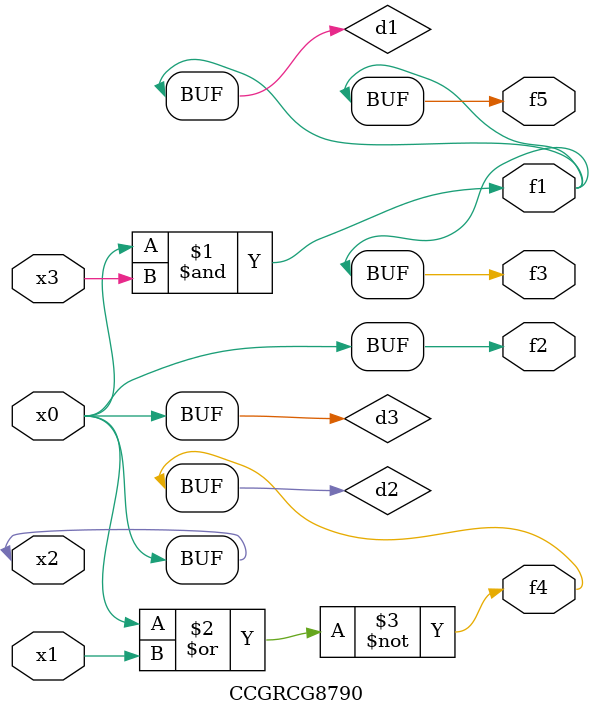
<source format=v>
module CCGRCG8790(
	input x0, x1, x2, x3,
	output f1, f2, f3, f4, f5
);

	wire d1, d2, d3;

	and (d1, x2, x3);
	nor (d2, x0, x1);
	buf (d3, x0, x2);
	assign f1 = d1;
	assign f2 = d3;
	assign f3 = d1;
	assign f4 = d2;
	assign f5 = d1;
endmodule

</source>
